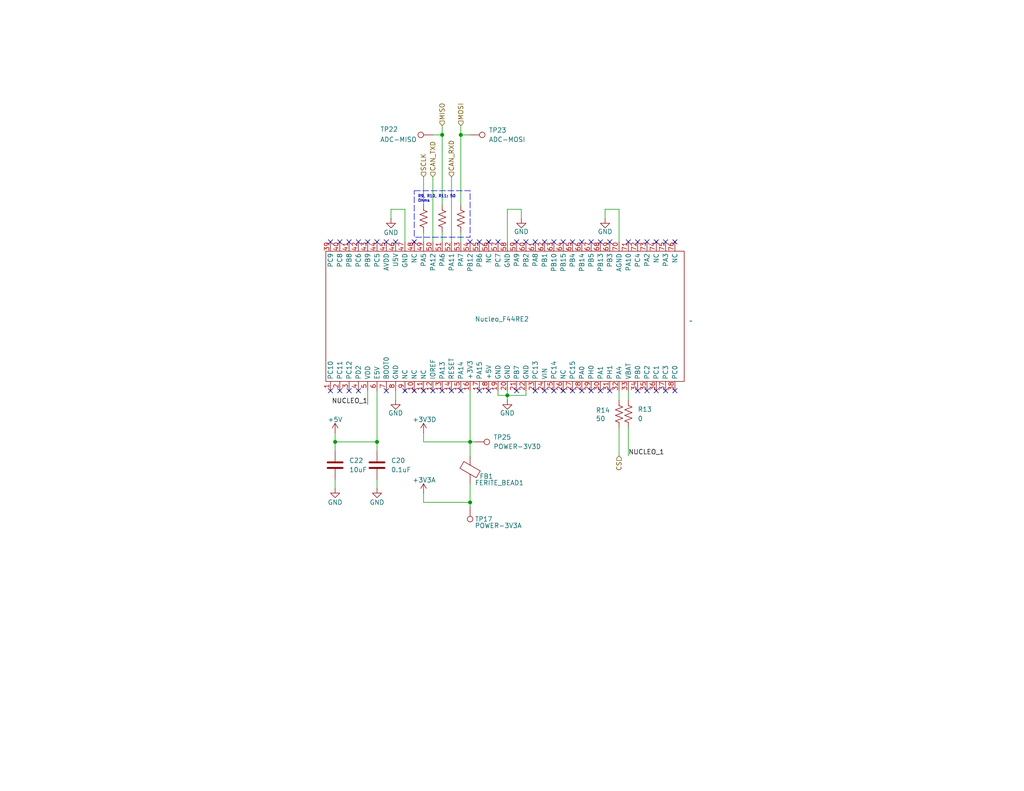
<source format=kicad_sch>
(kicad_sch (version 20250114) (generator "eeschema") (generator_version "9.0")
  (paper "USLetter")
  (title_block (title "Nucleo F446RE (Joule Meter)") (date "10/17/2025") (rev "10/17/2025") (company "by Sergio Gonzalez") (comment 1 "University of California, Los Angeles") (comment 2 "Bruin SuperMiliage Vehicle"))
  (lib_symbols
    (symbol "Connector:TestPoint" (pin_numbers (hide yes)) (pin_names (offset 0.762) (hide yes))
      (property "Reference" "TP" (at 0 6.858 0))
      (property "Value" "TestPoint" (at 0 5.08 0))
      (symbol "TestPoint_0_1"
        (circle (center 0 3.302) (radius 0.762))
      )
      (symbol "TestPoint_1_1"
        (pin passive line (at 0 0 90) (length 2.54) (name "1") (number "1"))
      )
    )
    (symbol "Device:C" (pin_numbers (hide yes)) (pin_names (offset 0.254))
      (property "Reference" "C" (at 0.635 2.54 0))
      (property "Value" "C" (at 0.635 -2.54 0))
      (symbol "C_0_1"
        (polyline (pts (xy -2.032 0.762) (xy 2.032 0.762)) (stroke (width 0.508)))
        (polyline (pts (xy -2.032 -0.762) (xy 2.032 -0.762)) (stroke (width 0.508)))
      )
      (symbol "C_1_1"
        (pin passive line (at 0 3.81 270) (length 2.794) (name "~") (number "1"))
        (pin passive line (at 0 -3.81 90) (length 2.794) (name "~") (number "2"))
      )
    )
    (symbol "Device:FerriteBead" (pin_numbers (hide yes)) (pin_names (offset 0))
      (property "Reference" "FB" (at -3.81 0.635 90))
      (property "Value" "FerriteBead" (at 3.81 0 90))
      (symbol "FerriteBead_0_1"
        (polyline (pts (xy -2.7686 0.4064) (xy -1.7018 2.2606) (xy 2.7686 -0.3048) (xy 1.6764 -2.159) (xy -2.7686 0.4064)))
        (polyline (pts (xy 0 1.27) (xy 0 1.2954)))
        (polyline (pts (xy 0 -1.27) (xy 0 -1.2192)))
      )
      (symbol "FerriteBead_1_1"
        (pin passive line (at 0 3.81 270) (length 2.54) (name "~") (number "1"))
        (pin passive line (at 0 -3.81 90) (length 2.54) (name "~") (number "2"))
      )
    )
    (symbol "Device:R_US" (pin_numbers (hide yes)) (pin_names (offset 0))
      (property "Reference" "R" (at 2.54 0 90))
      (property "Value" "R_US" (at -2.54 0 90))
      (symbol "R_US_0_1"
        (polyline (pts (xy 0 2.286) (xy 0 2.54)))
        (polyline (pts (xy 0 2.286) (xy 1.016 1.905) (xy 0 1.524) (xy -1.016 1.143) (xy 0 0.762)))
        (polyline (pts (xy 0 0.762) (xy 1.016 0.381) (xy 0 0) (xy -1.016 -0.381) (xy 0 -0.762)))
        (polyline (pts (xy 0 -0.762) (xy 1.016 -1.143) (xy 0 -1.524) (xy -1.016 -1.905) (xy 0 -2.286)))
        (polyline (pts (xy 0 -2.286) (xy 0 -2.54)))
      )
      (symbol "R_US_1_1"
        (pin passive line (at 0 3.81 270) (length 1.27) (name "~") (number "1"))
        (pin passive line (at 0 -3.81 90) (length 1.27) (name "~") (number "2"))
      )
    )
    (symbol "SMV_Custom:STM32_Nucleo_F446RE"
      (property "Reference" "U" (at 0 0 0))
      (symbol "STM32_Nucleo_F446RE_0_1"
        (rectangle (start -17.78 -1.27) (end 17.78 -99.06))
      )
      (symbol "STM32_Nucleo_F446RE_1_1"
        (pin bidirectional line (at -20.32 -2.54 0) (length 2.54) (name "PC10") (number "1"))
        (pin bidirectional line (at -20.32 -5.08 0) (length 2.54) (name "PC11") (number "2"))
        (pin bidirectional line (at -20.32 -7.62 0) (length 2.54) (name "PC12") (number "3"))
        (pin bidirectional line (at -20.32 -10.16 0) (length 2.54) (name "PD2") (number "4"))
        (pin power_in line (at -20.32 -12.7 0) (length 2.54) (name "VDD") (number "5"))
        (pin power_in line (at -20.32 -15.24 0) (length 2.54) (name "E5V") (number "6"))
        (pin input line (at -20.32 -17.78 0) (length 2.54) (name "BOOT0") (number "7"))
        (pin power_in line (at -20.32 -20.32 0) (length 2.54) (name "GND") (number "8"))
        (pin no_connect line (at -20.32 -22.86 0) (length 2.54) (name "NC") (number "9"))
        (pin no_connect line (at -20.32 -25.4 0) (length 2.54) (name "NC") (number "10"))
        (pin no_connect line (at -20.32 -27.94 0) (length 2.54) (name "NC") (number "11"))
        (pin input line (at -20.32 -30.48 0) (length 2.54) (name "IOREF") (number "12"))
        (pin bidirectional line (at -20.32 -33.02 0) (length 2.54) (name "PA13") (number "13"))
        (pin input line (at -20.32 -35.56 0) (length 2.54) (name "RESET") (number "14"))
        (pin bidirectional line (at -20.32 -38.1 0) (length 2.54) (name "PA14") (number "15"))
        (pin power_in line (at -20.32 -40.64 0) (length 2.54) (name "+3V3") (number "16"))
        (pin bidirectional line (at -20.32 -43.18 0) (length 2.54) (name "PA15") (number "17"))
        (pin power_in line (at -20.32 -45.72 0) (length 2.54) (name "+5V") (number "18"))
        (pin power_in line (at -20.32 -48.26 0) (length 2.54) (name "GND") (number "19"))
        (pin power_in line (at -20.32 -50.8 0) (length 2.54) (name "GND") (number "20"))
        (pin bidirectional line (at -20.32 -53.34 0) (length 2.54) (name "PB7") (number "21"))
        (pin power_in line (at -20.32 -55.88 0) (length 2.54) (name "GND") (number "22"))
        (pin bidirectional line (at -20.32 -58.42 0) (length 2.54) (name "PC13") (number "23"))
        (pin power_in line (at -20.32 -60.96 0) (length 2.54) (name "VIN") (number "24"))
        (pin bidirectional line (at -20.32 -63.5 0) (length 2.54) (name "PC14") (number "25"))
        (pin no_connect line (at -20.32 -66.04 0) (length 2.54) (name "NC") (number "26"))
        (pin bidirectional line (at -20.32 -68.58 0) (length 2.54) (name "PC15") (number "27"))
        (pin bidirectional line (at -20.32 -71.12 0) (length 2.54) (name "PA0") (number "28"))
        (pin bidirectional line (at -20.32 -73.66 0) (length 2.54) (name "PH0") (number "29"))
        (pin bidirectional line (at -20.32 -76.2 0) (length 2.54) (name "PA1") (number "30"))
        (pin bidirectional line (at -20.32 -78.74 0) (length 2.54) (name "PH1") (number "31"))
        (pin bidirectional line (at -20.32 -81.28 0) (length 2.54) (name "PA4") (number "32"))
        (pin power_in line (at -20.32 -83.82 0) (length 2.54) (name "VBAT") (number "33"))
        (pin bidirectional line (at -20.32 -86.36 0) (length 2.54) (name "PB0") (number "34"))
        (pin bidirectional line (at -20.32 -88.9 0) (length 2.54) (name "PC2") (number "35"))
        (pin bidirectional line (at -20.32 -91.44 0) (length 2.54) (name "PC1") (number "36"))
        (pin bidirectional line (at -20.32 -93.98 0) (length 2.54) (name "PC3") (number "37"))
        (pin bidirectional line (at -20.32 -96.52 0) (length 2.54) (name "PC0") (number "38"))
        (pin bidirectional line (at 20.32 -2.54 180) (length 2.54) (name "PC9") (number "39"))
        (pin bidirectional line (at 20.32 -5.08 180) (length 2.54) (name "PC8") (number "40"))
        (pin bidirectional line (at 20.32 -7.62 180) (length 2.54) (name "PB8") (number "41"))
        (pin bidirectional line (at 20.32 -10.16 180) (length 2.54) (name "PC6") (number "42"))
        (pin bidirectional line (at 20.32 -12.7 180) (length 2.54) (name "PB9") (number "43"))
        (pin bidirectional line (at 20.32 -15.24 180) (length 2.54) (name "PC5") (number "44"))
        (pin power_in line (at 20.32 -17.78 180) (length 2.54) (name "AVDD") (number "45"))
        (pin power_in line (at 20.32 -20.32 180) (length 2.54) (name "U5V") (number "46"))
        (pin power_in line (at 20.32 -22.86 180) (length 2.54) (name "GND") (number "47"))
        (pin no_connect line (at 20.32 -25.4 180) (length 2.54) (name "NC") (number "48"))
        (pin bidirectional line (at 20.32 -27.94 180) (length 2.54) (name "PA5") (number "49"))
        (pin bidirectional line (at 20.32 -30.48 180) (length 2.54) (name "PA12") (number "50"))
        (pin bidirectional line (at 20.32 -33.02 180) (length 2.54) (name "PA6") (number "51"))
        (pin bidirectional line (at 20.32 -35.56 180) (length 2.54) (name "PA11") (number "52"))
        (pin bidirectional line (at 20.32 -38.1 180) (length 2.54) (name "PA7") (number "53"))
        (pin bidirectional line (at 20.32 -40.64 180) (length 2.54) (name "PB12") (number "54"))
        (pin bidirectional line (at 20.32 -43.18 180) (length 2.54) (name "PB6") (number "55"))
        (pin no_connect line (at 20.32 -45.72 180) (length 2.54) (name "NC") (number "56"))
        (pin bidirectional line (at 20.32 -48.26 180) (length 2.54) (name "PC7") (number "57"))
        (pin power_in line (at 20.32 -50.8 180) (length 2.54) (name "GND") (number "58"))
        (pin bidirectional line (at 20.32 -53.34 180) (length 2.54) (name "PA9") (number "59"))
        (pin bidirectional line (at 20.32 -55.88 180) (length 2.54) (name "PB2") (number "60"))
        (pin bidirectional line (at 20.32 -58.42 180) (length 2.54) (name "PA8") (number "61"))
        (pin bidirectional line (at 20.32 -60.96 180) (length 2.54) (name "PB1") (number "62"))
        (pin bidirectional line (at 20.32 -63.5 180) (length 2.54) (name "PB10") (number "63"))
        (pin bidirectional line (at 20.32 -66.04 180) (length 2.54) (name "PB15") (number "64"))
        (pin bidirectional line (at 20.32 -68.58 180) (length 2.54) (name "PB4") (number "65"))
        (pin bidirectional line (at 20.32 -71.12 180) (length 2.54) (name "PB14") (number "66"))
        (pin bidirectional line (at 20.32 -73.66 180) (length 2.54) (name "PB5") (number "67"))
        (pin bidirectional line (at 20.32 -76.2 180) (length 2.54) (name "PB13") (number "68"))
        (pin bidirectional line (at 20.32 -78.74 180) (length 2.54) (name "PB3") (number "69"))
        (pin power_in line (at 20.32 -81.28 180) (length 2.54) (name "AGND") (number "70"))
        (pin bidirectional line (at 20.32 -83.82 180) (length 2.54) (name "PA10") (number "71"))
        (pin bidirectional line (at 20.32 -86.36 180) (length 2.54) (name "PC4") (number "72"))
        (pin bidirectional line (at 20.32 -88.9 180) (length 2.54) (name "PA2") (number "73"))
        (pin no_connect line (at 20.32 -91.44 180) (length 2.54) (name "NC") (number "74"))
        (pin bidirectional line (at 20.32 -93.98 180) (length 2.54) (name "PA3") (number "75"))
        (pin no_connect line (at 20.32 -96.52 180) (length 2.54) (name "NC") (number "76"))
      )
    )
    (symbol "power:+3.3V" (power) (pin_numbers (hide yes)) (pin_names (offset 0) (hide yes))
      (property "Value" "+3.3V" (at 0 3.556 0))
      (symbol "+3.3V_0_1"
        (polyline (pts (xy -0.762 1.27) (xy 0 2.54)))
        (polyline (pts (xy 0 2.54) (xy 0.762 1.27)))
        (polyline (pts (xy 0 0) (xy 0 2.54)))
      )
      (symbol "+3.3V_1_1"
        (pin power_in line (at 0 0 90) (length 0) (name "~") (number "1"))
      )
    )
    (symbol "power:+5V" (power) (pin_numbers (hide yes)) (pin_names (offset 0) (hide yes))
      (property "Value" "+5V" (at 0 3.556 0))
      (symbol "+5V_0_1"
        (polyline (pts (xy -0.762 1.27) (xy 0 2.54)))
        (polyline (pts (xy 0 2.54) (xy 0.762 1.27)))
        (polyline (pts (xy 0 0) (xy 0 2.54)))
      )
      (symbol "+5V_1_1"
        (pin power_in line (at 0 0 90) (length 0) (name "~") (number "1"))
      )
    )
    (symbol "power:GND" (power) (pin_numbers (hide yes)) (pin_names (offset 0) (hide yes))
      (property "Value" "GND" (at 0 -3.81 0))
      (symbol "GND_0_1"
        (polyline (pts (xy 0 0) (xy 0 -1.27) (xy 1.27 -1.27) (xy 0 -2.54) (xy -1.27 -1.27) (xy 0 -1.27)))
      )
      (symbol "GND_1_1"
        (pin power_in line (at 0 0 270) (length 0) (name "~") (number "1"))
      )
    )
  )
  (text_box "R9, R10, R11: 50 Ohms\n" (at 113.03 52.07 0) (size 15.24 12.7) (margins 0.9525 0.9525 0.9525 0.9525) (stroke (width 0) (type dash)) (effects (font (size 0.762 0.762)) (justify left top)))
  (junction (at 128.27 137.16))
  (junction (at 128.27 120.65))
  (junction (at 91.44 120.65))
  (junction (at 102.87 120.65))
  (junction (at 138.43 107.95))
  (junction (at 125.73 36.83))
  (junction (at 120.65 36.83))
  (no_connect (at 166.37 66.04))
  (no_connect (at 184.15 106.68))
  (no_connect (at 110.49 106.68))
  (no_connect (at 156.21 106.68))
  (no_connect (at 97.79 66.04))
  (no_connect (at 95.25 106.68))
  (no_connect (at 133.35 66.04))
  (no_connect (at 173.99 66.04))
  (no_connect (at 123.19 106.68))
  (no_connect (at 102.87 66.04))
  (no_connect (at 163.83 106.68))
  (no_connect (at 90.17 106.68))
  (no_connect (at 105.41 106.68))
  (no_connect (at 148.59 66.04))
  (no_connect (at 100.33 66.04))
  (no_connect (at 92.71 66.04))
  (no_connect (at 120.65 106.68))
  (no_connect (at 125.73 106.68))
  (no_connect (at 113.03 66.04))
  (no_connect (at 151.13 106.68))
  (no_connect (at 173.99 106.68))
  (no_connect (at 181.61 106.68))
  (no_connect (at 105.41 66.04))
  (no_connect (at 153.67 66.04))
  (no_connect (at 133.35 106.68))
  (no_connect (at 156.21 66.04))
  (no_connect (at 184.15 66.04))
  (no_connect (at 158.75 106.68))
  (no_connect (at 146.05 106.68))
  (no_connect (at 107.95 66.04))
  (no_connect (at 113.03 106.68))
  (no_connect (at 181.61 66.04))
  (no_connect (at 171.45 66.04))
  (no_connect (at 115.57 106.68))
  (no_connect (at 130.81 106.68))
  (no_connect (at 140.97 106.68))
  (no_connect (at 179.07 106.68))
  (no_connect (at 140.97 66.04))
  (no_connect (at 151.13 66.04))
  (no_connect (at 97.79 106.68))
  (no_connect (at 118.11 106.68))
  (no_connect (at 135.89 66.04))
  (no_connect (at 161.29 106.68))
  (no_connect (at 163.83 66.04))
  (no_connect (at 90.17 66.04))
  (no_connect (at 148.59 106.68))
  (no_connect (at 158.75 66.04))
  (no_connect (at 153.67 106.68))
  (no_connect (at 176.53 66.04))
  (no_connect (at 161.29 66.04))
  (no_connect (at 143.51 66.04))
  (no_connect (at 146.05 66.04))
  (no_connect (at 92.71 106.68))
  (no_connect (at 166.37 106.68))
  (no_connect (at 95.25 66.04))
  (no_connect (at 128.27 66.04))
  (no_connect (at 176.53 106.68))
  (no_connect (at 130.81 66.04))
  (no_connect (at 179.07 66.04))
  (wire (pts (xy 168.91 57.15) (xy 165.1 57.15)))
  (wire (pts (xy 128.27 132.08) (xy 128.27 137.16)))
  (wire (pts (xy 171.45 116.84) (xy 171.45 124.46)))
  (wire (pts (xy 125.73 63.5) (xy 125.73 66.04)))
  (wire (pts (xy 120.65 63.5) (xy 120.65 66.04)))
  (wire (pts (xy 128.27 137.16) (xy 128.27 138.43)))
  (wire (pts (xy 171.45 106.68) (xy 171.45 109.22)))
  (wire (pts (xy 138.43 109.22) (xy 138.43 107.95)))
  (wire (pts (xy 102.87 120.65) (xy 102.87 123.19)))
  (wire (pts (xy 91.44 118.11) (xy 91.44 120.65)))
  (wire (pts (xy 123.19 48.26) (xy 123.19 66.04)))
  (wire (pts (xy 91.44 130.81) (xy 91.44 133.35)))
  (wire (pts (xy 118.11 48.26) (xy 118.11 66.04)))
  (wire (pts (xy 110.49 57.15) (xy 106.68 57.15)))
  (wire (pts (xy 138.43 106.68) (xy 138.43 107.95)))
  (wire (pts (xy 102.87 106.68) (xy 102.87 120.65)))
  (wire (pts (xy 129.54 120.65) (xy 128.27 120.65)))
  (wire (pts (xy 118.11 36.83) (xy 120.65 36.83)))
  (wire (pts (xy 128.27 137.16) (xy 115.57 137.16)))
  (wire (pts (xy 106.68 57.15) (xy 106.68 59.69)))
  (wire (pts (xy 120.65 36.83) (xy 120.65 55.88)))
  (wire (pts (xy 115.57 48.26) (xy 115.57 55.88)))
  (wire (pts (xy 135.89 107.95) (xy 138.43 107.95)))
  (wire (pts (xy 138.43 107.95) (xy 143.51 107.95)))
  (wire (pts (xy 100.33 106.68) (xy 100.33 110.49)))
  (wire (pts (xy 125.73 36.83) (xy 128.27 36.83)))
  (wire (pts (xy 120.65 34.29) (xy 120.65 36.83)))
  (wire (pts (xy 91.44 120.65) (xy 102.87 120.65)))
  (wire (pts (xy 125.73 36.83) (xy 125.73 55.88)))
  (wire (pts (xy 115.57 63.5) (xy 115.57 66.04)))
  (wire (pts (xy 115.57 134.62) (xy 115.57 137.16)))
  (wire (pts (xy 138.43 57.15) (xy 138.43 66.04)))
  (wire (pts (xy 168.91 116.84) (xy 168.91 124.46)))
  (wire (pts (xy 168.91 106.68) (xy 168.91 109.22)))
  (wire (pts (xy 168.91 66.04) (xy 168.91 57.15)))
  (wire (pts (xy 128.27 106.68) (xy 128.27 120.65)))
  (wire (pts (xy 142.24 57.15) (xy 142.24 59.69)))
  (wire (pts (xy 143.51 107.95) (xy 143.51 106.68)))
  (wire (pts (xy 135.89 106.68) (xy 135.89 107.95)))
  (wire (pts (xy 128.27 120.65) (xy 128.27 124.46)))
  (wire (pts (xy 107.95 106.68) (xy 107.95 109.22)))
  (wire (pts (xy 138.43 57.15) (xy 142.24 57.15)))
  (wire (pts (xy 110.49 57.15) (xy 110.49 66.04)))
  (wire (pts (xy 165.1 57.15) (xy 165.1 59.69)))
  (wire (pts (xy 91.44 120.65) (xy 91.44 123.19)))
  (wire (pts (xy 115.57 118.11) (xy 115.57 120.65)))
  (wire (pts (xy 115.57 120.65) (xy 128.27 120.65)))
  (wire (pts (xy 102.87 130.81) (xy 102.87 133.35)))
  (wire (pts (xy 125.73 34.29) (xy 125.73 36.83)))
  (label "NUCLEO_1" (at 100.33 110.49 180))
  (label "NUCLEO_1" (at 171.45 124.46 0))
  (hierarchical_label "MOSI" (shape input) (at 125.73 34.29 90))
  (hierarchical_label "MISO" (shape input) (at 120.65 34.29 90))
  (hierarchical_label "CAN_TXD" (shape input) (at 118.11 48.26 90))
  (hierarchical_label "SCLK" (shape input) (at 115.57 48.26 90))
  (hierarchical_label "CAN_RXD" (shape input) (at 123.19 48.26 90))
  (hierarchical_label "CS" (shape input) (at 168.91 124.46 270))
  (symbol (lib_id "power:GND") (at 165.1 59.69 0) (unit 1)
    (property "Reference" "#PWR039" (effects (hide yes)))
    (property "Value" "GND" (at 165.1 63.246 0))
    (property "Description" "Power symbol creates a global label with name \"GND\" , ground" (effects (hide yes)))
  )
  (symbol (lib_id "power:GND") (at 107.95 109.22 0) (unit 1)
    (property "Reference" "#PWR016" (effects (hide yes)))
    (property "Value" "GND" (at 107.95 112.776 0))
    (property "Description" "Power symbol creates a global label with name \"GND\" , ground" (effects (hide yes)))
  )
  (symbol (lib_id "SMV_Custom:STM32_Nucleo_F446RE") (at 87.63 86.36 90) (unit 1)
    (property "Reference" "Nucleo_F44RE2" (at 129.54 87.122 90) (effects (justify right)))
    (property "Value" "~" (at 187.96 87.63 90) (effects (justify right)))
    (property "Footprint" "SMV_Joule:MODULE_NUCLEO-F446RE" (effects (hide yes)))
  )
  (symbol (lib_id "power:+3.3V") (at 115.57 134.62 0) (unit 1)
    (property "Reference" "#PWR024" (effects (hide yes)))
    (property "Value" "+3V3A" (at 112.522 131.064 0) (effects (justify left)))
    (property "Description" "Power symbol creates a global label with name \"+3.3V\"" (effects (hide yes)))
  )
  (symbol (lib_id "power:GND") (at 91.44 133.35 0) (unit 1)
    (property "Reference" "#PWR09" (effects (hide yes)))
    (property "Value" "GND" (at 91.44 137.16 0))
    (property "Description" "Power symbol creates a global label with name \"GND\" , ground" (effects (hide yes)))
  )
  (symbol (lib_id "power:+5V") (at 91.44 118.11 0) (unit 1)
    (property "Reference" "#PWR04" (effects (hide yes)))
    (property "Value" "+5V" (at 91.44 114.554 0))
    (property "Description" "Power symbol creates a global label with name \"+5V\"" (effects (hide yes)))
  )
  (symbol (lib_id "Connector:TestPoint") (at 128.27 36.83 270) (unit 1)
    (property "Reference" "TP23" (at 133.35 35.5599 90) (effects (justify left)))
    (property "Value" "ADC-MOSI" (at 133.35 38.0999 90) (effects (justify left)))
    (property "Footprint" "TestPoint:TestPoint_Pad_1.0x1.0mm" (effects (hide yes)))
    (property "Description" "test point" (effects (hide yes)))
  )
  (symbol (lib_id "Connector:TestPoint") (at 118.11 36.83 90) (unit 1)
    (property "Reference" "TP22" (at 106.172 35.306 90))
    (property "Value" "ADC-MISO" (at 108.712 38.1 90))
    (property "Footprint" "TestPoint:TestPoint_Pad_1.0x1.0mm" (effects (hide yes)))
    (property "Description" "test point" (effects (hide yes)))
  )
  (symbol (lib_id "Connector:TestPoint") (at 129.54 120.65 270) (unit 1)
    (property "Reference" "TP25" (at 134.62 119.3799 90) (effects (justify left)))
    (property "Value" "POWER-3V3D" (at 134.62 121.9199 90) (effects (justify left)))
    (property "Footprint" "TestPoint:TestPoint_Pad_1.0x1.0mm" (effects (hide yes)))
    (property "Description" "test point" (effects (hide yes)))
  )
  (symbol (lib_id "power:GND") (at 102.87 133.35 0) (unit 1)
    (property "Reference" "#PWR010" (effects (hide yes)))
    (property "Value" "GND" (at 102.87 137.16 0))
    (property "Description" "Power symbol creates a global label with name \"GND\" , ground" (effects (hide yes)))
  )
  (symbol (lib_id "Device:R_US") (at 168.91 113.03 0) (unit 1)
    (property "Reference" "R14" (at 162.56 112.014 0) (effects (justify left)))
    (property "Value" "50" (at 162.56 114.3 0) (effects (justify left)))
    (property "Footprint" "Resistor_SMD:R_0805_2012Metric_Pad1.20x1.40mm_HandSolder" (effects (hide yes)))
    (property "Description" "Resistor, US symbol" (effects (hide yes)))
  )
  (symbol (lib_id "Device:C") (at 102.87 127 0) (unit 1)
    (property "Reference" "C20" (at 106.68 125.7299 0) (effects (justify left)))
    (property "Value" "0.1uF" (at 106.68 128.2699 0) (effects (justify left)))
    (property "Footprint" "Capacitor_SMD:C_0805_2012Metric_Pad1.18x1.45mm_HandSolder" (effects (hide yes)))
    (property "Description" "Unpolarized capacitor" (effects (hide yes)))
  )
  (symbol (lib_id "Device:C") (at 91.44 127 0) (unit 1)
    (property "Reference" "C22" (at 95.25 125.7299 0) (effects (justify left)))
    (property "Value" "10uF" (at 95.25 128.2699 0) (effects (justify left)))
    (property "Footprint" "Capacitor_SMD:C_0805_2012Metric_Pad1.18x1.45mm_HandSolder" (effects (hide yes)))
    (property "Description" "Unpolarized capacitor" (effects (hide yes)))
  )
  (symbol (lib_id "Connector:TestPoint") (at 128.27 138.43 180) (unit 1)
    (property "Reference" "TP17" (at 129.54 141.732 0) (effects (justify right)))
    (property "Value" "POWER-3V3A" (at 129.54 143.51 0) (effects (justify right)))
    (property "Footprint" "TestPoint:TestPoint_Pad_1.0x1.0mm" (effects (hide yes)))
    (property "Description" "test point" (effects (hide yes)))
  )
  (symbol (lib_id "Device:R_US") (at 171.45 113.03 0) (unit 1)
    (property "Reference" "R13" (at 173.99 111.7599 0) (effects (justify left)))
    (property "Value" "0" (at 173.99 114.2999 0) (effects (justify left)))
    (property "Footprint" "Resistor_SMD:R_0805_2012Metric_Pad1.20x1.40mm_HandSolder" (effects (hide yes)))
    (property "Description" "Resistor, US symbol" (effects (hide yes)))
  )
  (symbol (lib_id "power:+3.3V") (at 115.57 118.11 0) (unit 1)
    (property "Reference" "#PWR017" (effects (hide yes)))
    (property "Value" "+3V3D" (at 112.522 114.554 0) (effects (justify left)))
    (property "Description" "Power symbol creates a global label with name \"+3.3V\"" (effects (hide yes)))
  )
  (symbol (lib_id "Device:R_US") (at 115.57 59.69 180) (unit 1)
    (property "Reference" "R9" (effects (hide yes)))
    (property "Value" "50" (effects (hide yes)))
    (property "Footprint" "Resistor_SMD:R_0805_2012Metric_Pad1.20x1.40mm_HandSolder" (effects (hide yes)))
    (property "Description" "Resistor, US symbol" (effects (hide yes)))
  )
  (symbol (lib_id "power:GND") (at 138.43 109.22 0) (unit 1)
    (property "Reference" "#PWR038" (effects (hide yes)))
    (property "Value" "GND" (at 138.43 112.776 0))
    (property "Description" "Power symbol creates a global label with name \"GND\" , ground" (effects (hide yes)))
  )
  (symbol (lib_id "power:GND") (at 106.68 59.69 0) (unit 1)
    (property "Reference" "#PWR011" (effects (hide yes)))
    (property "Value" "GND" (at 106.68 63.5 0))
    (property "Description" "Power symbol creates a global label with name \"GND\" , ground" (effects (hide yes)))
  )
  (symbol (lib_id "Device:FerriteBead") (at 128.27 128.27 0) (unit 1)
    (property "Reference" "FERITE_BEAD1" (at 129.54 131.826 0) (effects (justify left)))
    (property "Value" "FB1" (at 130.81 130.048 0) (effects (justify left)))
    (property "Footprint" "SMV_Joule:Ferite_Joule" (effects (hide yes)))
    (property "Description" "Ferrite bead" (effects (hide yes)))
  )
  (symbol (lib_id "Device:R_US") (at 120.65 59.69 180) (unit 1)
    (property "Reference" "R10" (effects (hide yes)))
    (property "Value" "50" (effects (hide yes)))
    (property "Footprint" "Resistor_SMD:R_0805_2012Metric_Pad1.20x1.40mm_HandSolder" (effects (hide yes)))
    (property "Description" "Resistor, US symbol" (effects (hide yes)))
  )
  (symbol (lib_id "power:GND") (at 142.24 59.69 0) (unit 1)
    (property "Reference" "#PWR037" (effects (hide yes)))
    (property "Value" "GND" (at 142.24 63.246 0))
    (property "Description" "Power symbol creates a global label with name \"GND\" , ground" (effects (hide yes)))
  )
  (symbol (lib_id "Device:R_US") (at 125.73 59.69 180) (unit 1)
    (property "Reference" "R11" (effects (hide yes)))
    (property "Value" "50" (effects (hide yes)))
    (property "Footprint" "Resistor_SMD:R_0805_2012Metric_Pad1.20x1.40mm_HandSolder" (effects (hide yes)))
    (property "Description" "Resistor, US symbol" (effects (hide yes)))
  )
)
</source>
